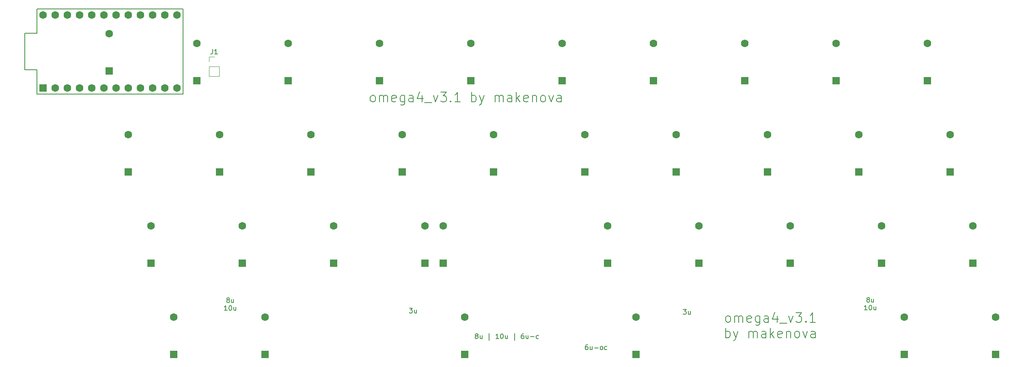
<source format=gbr>
G04 #@! TF.GenerationSoftware,KiCad,Pcbnew,(6.0.1-0)*
G04 #@! TF.CreationDate,2022-08-08T23:03:23-07:00*
G04 #@! TF.ProjectId,omega_4_solder,6f6d6567-615f-4345-9f73-6f6c6465722e,rev?*
G04 #@! TF.SameCoordinates,Original*
G04 #@! TF.FileFunction,Legend,Top*
G04 #@! TF.FilePolarity,Positive*
%FSLAX46Y46*%
G04 Gerber Fmt 4.6, Leading zero omitted, Abs format (unit mm)*
G04 Created by KiCad (PCBNEW (6.0.1-0)) date 2022-08-08 23:03:23*
%MOMM*%
%LPD*%
G01*
G04 APERTURE LIST*
%ADD10C,0.150000*%
%ADD11C,0.200000*%
%ADD12C,0.120000*%
%ADD13R,1.600000X1.600000*%
%ADD14C,1.600000*%
G04 APERTURE END LIST*
D10*
X166008095Y-126792380D02*
X165817619Y-126792380D01*
X165722380Y-126840000D01*
X165674761Y-126887619D01*
X165579523Y-127030476D01*
X165531904Y-127220952D01*
X165531904Y-127601904D01*
X165579523Y-127697142D01*
X165627142Y-127744761D01*
X165722380Y-127792380D01*
X165912857Y-127792380D01*
X166008095Y-127744761D01*
X166055714Y-127697142D01*
X166103333Y-127601904D01*
X166103333Y-127363809D01*
X166055714Y-127268571D01*
X166008095Y-127220952D01*
X165912857Y-127173333D01*
X165722380Y-127173333D01*
X165627142Y-127220952D01*
X165579523Y-127268571D01*
X165531904Y-127363809D01*
X166960476Y-127125714D02*
X166960476Y-127792380D01*
X166531904Y-127125714D02*
X166531904Y-127649523D01*
X166579523Y-127744761D01*
X166674761Y-127792380D01*
X166817619Y-127792380D01*
X166912857Y-127744761D01*
X166960476Y-127697142D01*
X167436666Y-127411428D02*
X168198571Y-127411428D01*
X168817619Y-127792380D02*
X168722380Y-127744761D01*
X168674761Y-127697142D01*
X168627142Y-127601904D01*
X168627142Y-127316190D01*
X168674761Y-127220952D01*
X168722380Y-127173333D01*
X168817619Y-127125714D01*
X168960476Y-127125714D01*
X169055714Y-127173333D01*
X169103333Y-127220952D01*
X169150952Y-127316190D01*
X169150952Y-127601904D01*
X169103333Y-127697142D01*
X169055714Y-127744761D01*
X168960476Y-127792380D01*
X168817619Y-127792380D01*
X170008095Y-127744761D02*
X169912857Y-127792380D01*
X169722380Y-127792380D01*
X169627142Y-127744761D01*
X169579523Y-127697142D01*
X169531904Y-127601904D01*
X169531904Y-127316190D01*
X169579523Y-127220952D01*
X169627142Y-127173333D01*
X169722380Y-127125714D01*
X169912857Y-127125714D01*
X170008095Y-127173333D01*
X142755238Y-124920952D02*
X142660000Y-124873333D01*
X142612380Y-124825714D01*
X142564761Y-124730476D01*
X142564761Y-124682857D01*
X142612380Y-124587619D01*
X142660000Y-124540000D01*
X142755238Y-124492380D01*
X142945714Y-124492380D01*
X143040952Y-124540000D01*
X143088571Y-124587619D01*
X143136190Y-124682857D01*
X143136190Y-124730476D01*
X143088571Y-124825714D01*
X143040952Y-124873333D01*
X142945714Y-124920952D01*
X142755238Y-124920952D01*
X142660000Y-124968571D01*
X142612380Y-125016190D01*
X142564761Y-125111428D01*
X142564761Y-125301904D01*
X142612380Y-125397142D01*
X142660000Y-125444761D01*
X142755238Y-125492380D01*
X142945714Y-125492380D01*
X143040952Y-125444761D01*
X143088571Y-125397142D01*
X143136190Y-125301904D01*
X143136190Y-125111428D01*
X143088571Y-125016190D01*
X143040952Y-124968571D01*
X142945714Y-124920952D01*
X143993333Y-124825714D02*
X143993333Y-125492380D01*
X143564761Y-124825714D02*
X143564761Y-125349523D01*
X143612380Y-125444761D01*
X143707619Y-125492380D01*
X143850476Y-125492380D01*
X143945714Y-125444761D01*
X143993333Y-125397142D01*
X145469523Y-125825714D02*
X145469523Y-124397142D01*
X147469523Y-125492380D02*
X146898095Y-125492380D01*
X147183809Y-125492380D02*
X147183809Y-124492380D01*
X147088571Y-124635238D01*
X146993333Y-124730476D01*
X146898095Y-124778095D01*
X148088571Y-124492380D02*
X148183809Y-124492380D01*
X148279047Y-124540000D01*
X148326666Y-124587619D01*
X148374285Y-124682857D01*
X148421904Y-124873333D01*
X148421904Y-125111428D01*
X148374285Y-125301904D01*
X148326666Y-125397142D01*
X148279047Y-125444761D01*
X148183809Y-125492380D01*
X148088571Y-125492380D01*
X147993333Y-125444761D01*
X147945714Y-125397142D01*
X147898095Y-125301904D01*
X147850476Y-125111428D01*
X147850476Y-124873333D01*
X147898095Y-124682857D01*
X147945714Y-124587619D01*
X147993333Y-124540000D01*
X148088571Y-124492380D01*
X149279047Y-124825714D02*
X149279047Y-125492380D01*
X148850476Y-124825714D02*
X148850476Y-125349523D01*
X148898095Y-125444761D01*
X148993333Y-125492380D01*
X149136190Y-125492380D01*
X149231428Y-125444761D01*
X149279047Y-125397142D01*
X150755238Y-125825714D02*
X150755238Y-124397142D01*
X152660000Y-124492380D02*
X152469523Y-124492380D01*
X152374285Y-124540000D01*
X152326666Y-124587619D01*
X152231428Y-124730476D01*
X152183809Y-124920952D01*
X152183809Y-125301904D01*
X152231428Y-125397142D01*
X152279047Y-125444761D01*
X152374285Y-125492380D01*
X152564761Y-125492380D01*
X152660000Y-125444761D01*
X152707619Y-125397142D01*
X152755238Y-125301904D01*
X152755238Y-125063809D01*
X152707619Y-124968571D01*
X152660000Y-124920952D01*
X152564761Y-124873333D01*
X152374285Y-124873333D01*
X152279047Y-124920952D01*
X152231428Y-124968571D01*
X152183809Y-125063809D01*
X153612380Y-124825714D02*
X153612380Y-125492380D01*
X153183809Y-124825714D02*
X153183809Y-125349523D01*
X153231428Y-125444761D01*
X153326666Y-125492380D01*
X153469523Y-125492380D01*
X153564761Y-125444761D01*
X153612380Y-125397142D01*
X154088571Y-125111428D02*
X154850476Y-125111428D01*
X155755238Y-125444761D02*
X155660000Y-125492380D01*
X155469523Y-125492380D01*
X155374285Y-125444761D01*
X155326666Y-125397142D01*
X155279047Y-125301904D01*
X155279047Y-125016190D01*
X155326666Y-124920952D01*
X155374285Y-124873333D01*
X155469523Y-124825714D01*
X155660000Y-124825714D01*
X155755238Y-124873333D01*
X185964285Y-119402380D02*
X186583333Y-119402380D01*
X186250000Y-119783333D01*
X186392857Y-119783333D01*
X186488095Y-119830952D01*
X186535714Y-119878571D01*
X186583333Y-119973809D01*
X186583333Y-120211904D01*
X186535714Y-120307142D01*
X186488095Y-120354761D01*
X186392857Y-120402380D01*
X186107142Y-120402380D01*
X186011904Y-120354761D01*
X185964285Y-120307142D01*
X187440476Y-119735714D02*
X187440476Y-120402380D01*
X187011904Y-119735714D02*
X187011904Y-120259523D01*
X187059523Y-120354761D01*
X187154761Y-120402380D01*
X187297619Y-120402380D01*
X187392857Y-120354761D01*
X187440476Y-120307142D01*
D11*
X195160000Y-122074761D02*
X194969523Y-121979523D01*
X194874285Y-121884285D01*
X194779047Y-121693809D01*
X194779047Y-121122380D01*
X194874285Y-120931904D01*
X194969523Y-120836666D01*
X195160000Y-120741428D01*
X195445714Y-120741428D01*
X195636190Y-120836666D01*
X195731428Y-120931904D01*
X195826666Y-121122380D01*
X195826666Y-121693809D01*
X195731428Y-121884285D01*
X195636190Y-121979523D01*
X195445714Y-122074761D01*
X195160000Y-122074761D01*
X196683809Y-122074761D02*
X196683809Y-120741428D01*
X196683809Y-120931904D02*
X196779047Y-120836666D01*
X196969523Y-120741428D01*
X197255238Y-120741428D01*
X197445714Y-120836666D01*
X197540952Y-121027142D01*
X197540952Y-122074761D01*
X197540952Y-121027142D02*
X197636190Y-120836666D01*
X197826666Y-120741428D01*
X198112380Y-120741428D01*
X198302857Y-120836666D01*
X198398095Y-121027142D01*
X198398095Y-122074761D01*
X200112380Y-121979523D02*
X199921904Y-122074761D01*
X199540952Y-122074761D01*
X199350476Y-121979523D01*
X199255238Y-121789047D01*
X199255238Y-121027142D01*
X199350476Y-120836666D01*
X199540952Y-120741428D01*
X199921904Y-120741428D01*
X200112380Y-120836666D01*
X200207619Y-121027142D01*
X200207619Y-121217619D01*
X199255238Y-121408095D01*
X201921904Y-120741428D02*
X201921904Y-122360476D01*
X201826666Y-122550952D01*
X201731428Y-122646190D01*
X201540952Y-122741428D01*
X201255238Y-122741428D01*
X201064761Y-122646190D01*
X201921904Y-121979523D02*
X201731428Y-122074761D01*
X201350476Y-122074761D01*
X201160000Y-121979523D01*
X201064761Y-121884285D01*
X200969523Y-121693809D01*
X200969523Y-121122380D01*
X201064761Y-120931904D01*
X201160000Y-120836666D01*
X201350476Y-120741428D01*
X201731428Y-120741428D01*
X201921904Y-120836666D01*
X203731428Y-122074761D02*
X203731428Y-121027142D01*
X203636190Y-120836666D01*
X203445714Y-120741428D01*
X203064761Y-120741428D01*
X202874285Y-120836666D01*
X203731428Y-121979523D02*
X203540952Y-122074761D01*
X203064761Y-122074761D01*
X202874285Y-121979523D01*
X202779047Y-121789047D01*
X202779047Y-121598571D01*
X202874285Y-121408095D01*
X203064761Y-121312857D01*
X203540952Y-121312857D01*
X203731428Y-121217619D01*
X205540952Y-120741428D02*
X205540952Y-122074761D01*
X205064761Y-119979523D02*
X204588571Y-121408095D01*
X205826666Y-121408095D01*
X206112380Y-122265238D02*
X207636190Y-122265238D01*
X207921904Y-120741428D02*
X208398095Y-122074761D01*
X208874285Y-120741428D01*
X209445714Y-120074761D02*
X210683809Y-120074761D01*
X210017142Y-120836666D01*
X210302857Y-120836666D01*
X210493333Y-120931904D01*
X210588571Y-121027142D01*
X210683809Y-121217619D01*
X210683809Y-121693809D01*
X210588571Y-121884285D01*
X210493333Y-121979523D01*
X210302857Y-122074761D01*
X209731428Y-122074761D01*
X209540952Y-121979523D01*
X209445714Y-121884285D01*
X211540952Y-121884285D02*
X211636190Y-121979523D01*
X211540952Y-122074761D01*
X211445714Y-121979523D01*
X211540952Y-121884285D01*
X211540952Y-122074761D01*
X213540952Y-122074761D02*
X212398095Y-122074761D01*
X212969523Y-122074761D02*
X212969523Y-120074761D01*
X212779047Y-120360476D01*
X212588571Y-120550952D01*
X212398095Y-120646190D01*
X194826666Y-125294761D02*
X194826666Y-123294761D01*
X194826666Y-124056666D02*
X195017142Y-123961428D01*
X195398095Y-123961428D01*
X195588571Y-124056666D01*
X195683809Y-124151904D01*
X195779047Y-124342380D01*
X195779047Y-124913809D01*
X195683809Y-125104285D01*
X195588571Y-125199523D01*
X195398095Y-125294761D01*
X195017142Y-125294761D01*
X194826666Y-125199523D01*
X196445714Y-123961428D02*
X196921904Y-125294761D01*
X197398095Y-123961428D02*
X196921904Y-125294761D01*
X196731428Y-125770952D01*
X196636190Y-125866190D01*
X196445714Y-125961428D01*
X199683809Y-125294761D02*
X199683809Y-123961428D01*
X199683809Y-124151904D02*
X199779047Y-124056666D01*
X199969523Y-123961428D01*
X200255238Y-123961428D01*
X200445714Y-124056666D01*
X200540952Y-124247142D01*
X200540952Y-125294761D01*
X200540952Y-124247142D02*
X200636190Y-124056666D01*
X200826666Y-123961428D01*
X201112380Y-123961428D01*
X201302857Y-124056666D01*
X201398095Y-124247142D01*
X201398095Y-125294761D01*
X203207619Y-125294761D02*
X203207619Y-124247142D01*
X203112380Y-124056666D01*
X202921904Y-123961428D01*
X202540952Y-123961428D01*
X202350476Y-124056666D01*
X203207619Y-125199523D02*
X203017142Y-125294761D01*
X202540952Y-125294761D01*
X202350476Y-125199523D01*
X202255238Y-125009047D01*
X202255238Y-124818571D01*
X202350476Y-124628095D01*
X202540952Y-124532857D01*
X203017142Y-124532857D01*
X203207619Y-124437619D01*
X204160000Y-125294761D02*
X204160000Y-123294761D01*
X204350476Y-124532857D02*
X204921904Y-125294761D01*
X204921904Y-123961428D02*
X204160000Y-124723333D01*
X206540952Y-125199523D02*
X206350476Y-125294761D01*
X205969523Y-125294761D01*
X205779047Y-125199523D01*
X205683809Y-125009047D01*
X205683809Y-124247142D01*
X205779047Y-124056666D01*
X205969523Y-123961428D01*
X206350476Y-123961428D01*
X206540952Y-124056666D01*
X206636190Y-124247142D01*
X206636190Y-124437619D01*
X205683809Y-124628095D01*
X207493333Y-123961428D02*
X207493333Y-125294761D01*
X207493333Y-124151904D02*
X207588571Y-124056666D01*
X207779047Y-123961428D01*
X208064761Y-123961428D01*
X208255238Y-124056666D01*
X208350476Y-124247142D01*
X208350476Y-125294761D01*
X209588571Y-125294761D02*
X209398095Y-125199523D01*
X209302857Y-125104285D01*
X209207619Y-124913809D01*
X209207619Y-124342380D01*
X209302857Y-124151904D01*
X209398095Y-124056666D01*
X209588571Y-123961428D01*
X209874285Y-123961428D01*
X210064761Y-124056666D01*
X210160000Y-124151904D01*
X210255238Y-124342380D01*
X210255238Y-124913809D01*
X210160000Y-125104285D01*
X210064761Y-125199523D01*
X209874285Y-125294761D01*
X209588571Y-125294761D01*
X210921904Y-123961428D02*
X211398095Y-125294761D01*
X211874285Y-123961428D01*
X213493333Y-125294761D02*
X213493333Y-124247142D01*
X213398095Y-124056666D01*
X213207619Y-123961428D01*
X212826666Y-123961428D01*
X212636190Y-124056666D01*
X213493333Y-125199523D02*
X213302857Y-125294761D01*
X212826666Y-125294761D01*
X212636190Y-125199523D01*
X212540952Y-125009047D01*
X212540952Y-124818571D01*
X212636190Y-124628095D01*
X212826666Y-124532857D01*
X213302857Y-124532857D01*
X213493333Y-124437619D01*
X121068571Y-76054761D02*
X120878095Y-75959523D01*
X120782857Y-75864285D01*
X120687619Y-75673809D01*
X120687619Y-75102380D01*
X120782857Y-74911904D01*
X120878095Y-74816666D01*
X121068571Y-74721428D01*
X121354285Y-74721428D01*
X121544761Y-74816666D01*
X121639999Y-74911904D01*
X121735238Y-75102380D01*
X121735238Y-75673809D01*
X121639999Y-75864285D01*
X121544761Y-75959523D01*
X121354285Y-76054761D01*
X121068571Y-76054761D01*
X122592380Y-76054761D02*
X122592380Y-74721428D01*
X122592380Y-74911904D02*
X122687619Y-74816666D01*
X122878095Y-74721428D01*
X123163809Y-74721428D01*
X123354285Y-74816666D01*
X123449523Y-75007142D01*
X123449523Y-76054761D01*
X123449523Y-75007142D02*
X123544761Y-74816666D01*
X123735238Y-74721428D01*
X124020952Y-74721428D01*
X124211428Y-74816666D01*
X124306666Y-75007142D01*
X124306666Y-76054761D01*
X126020952Y-75959523D02*
X125830476Y-76054761D01*
X125449523Y-76054761D01*
X125259047Y-75959523D01*
X125163809Y-75769047D01*
X125163809Y-75007142D01*
X125259047Y-74816666D01*
X125449523Y-74721428D01*
X125830476Y-74721428D01*
X126020952Y-74816666D01*
X126116190Y-75007142D01*
X126116190Y-75197619D01*
X125163809Y-75388095D01*
X127830476Y-74721428D02*
X127830476Y-76340476D01*
X127735238Y-76530952D01*
X127639999Y-76626190D01*
X127449523Y-76721428D01*
X127163809Y-76721428D01*
X126973333Y-76626190D01*
X127830476Y-75959523D02*
X127639999Y-76054761D01*
X127259047Y-76054761D01*
X127068571Y-75959523D01*
X126973333Y-75864285D01*
X126878095Y-75673809D01*
X126878095Y-75102380D01*
X126973333Y-74911904D01*
X127068571Y-74816666D01*
X127259047Y-74721428D01*
X127639999Y-74721428D01*
X127830476Y-74816666D01*
X129639999Y-76054761D02*
X129639999Y-75007142D01*
X129544761Y-74816666D01*
X129354285Y-74721428D01*
X128973333Y-74721428D01*
X128782857Y-74816666D01*
X129639999Y-75959523D02*
X129449523Y-76054761D01*
X128973333Y-76054761D01*
X128782857Y-75959523D01*
X128687619Y-75769047D01*
X128687619Y-75578571D01*
X128782857Y-75388095D01*
X128973333Y-75292857D01*
X129449523Y-75292857D01*
X129639999Y-75197619D01*
X131449523Y-74721428D02*
X131449523Y-76054761D01*
X130973333Y-73959523D02*
X130497142Y-75388095D01*
X131735238Y-75388095D01*
X132020952Y-76245238D02*
X133544761Y-76245238D01*
X133830476Y-74721428D02*
X134306666Y-76054761D01*
X134782857Y-74721428D01*
X135354285Y-74054761D02*
X136592380Y-74054761D01*
X135925714Y-74816666D01*
X136211428Y-74816666D01*
X136401904Y-74911904D01*
X136497142Y-75007142D01*
X136592380Y-75197619D01*
X136592380Y-75673809D01*
X136497142Y-75864285D01*
X136401904Y-75959523D01*
X136211428Y-76054761D01*
X135640000Y-76054761D01*
X135449523Y-75959523D01*
X135354285Y-75864285D01*
X137449523Y-75864285D02*
X137544761Y-75959523D01*
X137449523Y-76054761D01*
X137354285Y-75959523D01*
X137449523Y-75864285D01*
X137449523Y-76054761D01*
X139449523Y-76054761D02*
X138306666Y-76054761D01*
X138878095Y-76054761D02*
X138878095Y-74054761D01*
X138687619Y-74340476D01*
X138497142Y-74530952D01*
X138306666Y-74626190D01*
X141830476Y-76054761D02*
X141830476Y-74054761D01*
X141830476Y-74816666D02*
X142020952Y-74721428D01*
X142401904Y-74721428D01*
X142592380Y-74816666D01*
X142687619Y-74911904D01*
X142782857Y-75102380D01*
X142782857Y-75673809D01*
X142687619Y-75864285D01*
X142592380Y-75959523D01*
X142401904Y-76054761D01*
X142020952Y-76054761D01*
X141830476Y-75959523D01*
X143449523Y-74721428D02*
X143925714Y-76054761D01*
X144401904Y-74721428D02*
X143925714Y-76054761D01*
X143735238Y-76530952D01*
X143640000Y-76626190D01*
X143449523Y-76721428D01*
X146687619Y-76054761D02*
X146687619Y-74721428D01*
X146687619Y-74911904D02*
X146782857Y-74816666D01*
X146973333Y-74721428D01*
X147259047Y-74721428D01*
X147449523Y-74816666D01*
X147544761Y-75007142D01*
X147544761Y-76054761D01*
X147544761Y-75007142D02*
X147640000Y-74816666D01*
X147830476Y-74721428D01*
X148116190Y-74721428D01*
X148306666Y-74816666D01*
X148401904Y-75007142D01*
X148401904Y-76054761D01*
X150211428Y-76054761D02*
X150211428Y-75007142D01*
X150116190Y-74816666D01*
X149925714Y-74721428D01*
X149544761Y-74721428D01*
X149354285Y-74816666D01*
X150211428Y-75959523D02*
X150020952Y-76054761D01*
X149544761Y-76054761D01*
X149354285Y-75959523D01*
X149259047Y-75769047D01*
X149259047Y-75578571D01*
X149354285Y-75388095D01*
X149544761Y-75292857D01*
X150020952Y-75292857D01*
X150211428Y-75197619D01*
X151163809Y-76054761D02*
X151163809Y-74054761D01*
X151354285Y-75292857D02*
X151925714Y-76054761D01*
X151925714Y-74721428D02*
X151163809Y-75483333D01*
X153544761Y-75959523D02*
X153354285Y-76054761D01*
X152973333Y-76054761D01*
X152782857Y-75959523D01*
X152687619Y-75769047D01*
X152687619Y-75007142D01*
X152782857Y-74816666D01*
X152973333Y-74721428D01*
X153354285Y-74721428D01*
X153544761Y-74816666D01*
X153640000Y-75007142D01*
X153640000Y-75197619D01*
X152687619Y-75388095D01*
X154497142Y-74721428D02*
X154497142Y-76054761D01*
X154497142Y-74911904D02*
X154592380Y-74816666D01*
X154782857Y-74721428D01*
X155068571Y-74721428D01*
X155259047Y-74816666D01*
X155354285Y-75007142D01*
X155354285Y-76054761D01*
X156592380Y-76054761D02*
X156401904Y-75959523D01*
X156306666Y-75864285D01*
X156211428Y-75673809D01*
X156211428Y-75102380D01*
X156306666Y-74911904D01*
X156401904Y-74816666D01*
X156592380Y-74721428D01*
X156878095Y-74721428D01*
X157068571Y-74816666D01*
X157163809Y-74911904D01*
X157259047Y-75102380D01*
X157259047Y-75673809D01*
X157163809Y-75864285D01*
X157068571Y-75959523D01*
X156878095Y-76054761D01*
X156592380Y-76054761D01*
X157925714Y-74721428D02*
X158401904Y-76054761D01*
X158878095Y-74721428D01*
X160497142Y-76054761D02*
X160497142Y-75007142D01*
X160401904Y-74816666D01*
X160211428Y-74721428D01*
X159830476Y-74721428D01*
X159639999Y-74816666D01*
X160497142Y-75959523D02*
X160306666Y-76054761D01*
X159830476Y-76054761D01*
X159639999Y-75959523D01*
X159544761Y-75769047D01*
X159544761Y-75578571D01*
X159639999Y-75388095D01*
X159830476Y-75292857D01*
X160306666Y-75292857D01*
X160497142Y-75197619D01*
D10*
X128834285Y-119132380D02*
X129453333Y-119132380D01*
X129120000Y-119513333D01*
X129262857Y-119513333D01*
X129358095Y-119560952D01*
X129405714Y-119608571D01*
X129453333Y-119703809D01*
X129453333Y-119941904D01*
X129405714Y-120037142D01*
X129358095Y-120084761D01*
X129262857Y-120132380D01*
X128977142Y-120132380D01*
X128881904Y-120084761D01*
X128834285Y-120037142D01*
X130310476Y-119465714D02*
X130310476Y-120132380D01*
X129881904Y-119465714D02*
X129881904Y-119989523D01*
X129929523Y-120084761D01*
X130024761Y-120132380D01*
X130167619Y-120132380D01*
X130262857Y-120084761D01*
X130310476Y-120037142D01*
X90912380Y-117405952D02*
X90817142Y-117358333D01*
X90769523Y-117310714D01*
X90721904Y-117215476D01*
X90721904Y-117167857D01*
X90769523Y-117072619D01*
X90817142Y-117025000D01*
X90912380Y-116977380D01*
X91102857Y-116977380D01*
X91198095Y-117025000D01*
X91245714Y-117072619D01*
X91293333Y-117167857D01*
X91293333Y-117215476D01*
X91245714Y-117310714D01*
X91198095Y-117358333D01*
X91102857Y-117405952D01*
X90912380Y-117405952D01*
X90817142Y-117453571D01*
X90769523Y-117501190D01*
X90721904Y-117596428D01*
X90721904Y-117786904D01*
X90769523Y-117882142D01*
X90817142Y-117929761D01*
X90912380Y-117977380D01*
X91102857Y-117977380D01*
X91198095Y-117929761D01*
X91245714Y-117882142D01*
X91293333Y-117786904D01*
X91293333Y-117596428D01*
X91245714Y-117501190D01*
X91198095Y-117453571D01*
X91102857Y-117405952D01*
X92150476Y-117310714D02*
X92150476Y-117977380D01*
X91721904Y-117310714D02*
X91721904Y-117834523D01*
X91769523Y-117929761D01*
X91864761Y-117977380D01*
X92007619Y-117977380D01*
X92102857Y-117929761D01*
X92150476Y-117882142D01*
X90817142Y-119587380D02*
X90245714Y-119587380D01*
X90531428Y-119587380D02*
X90531428Y-118587380D01*
X90436190Y-118730238D01*
X90340952Y-118825476D01*
X90245714Y-118873095D01*
X91436190Y-118587380D02*
X91531428Y-118587380D01*
X91626666Y-118635000D01*
X91674285Y-118682619D01*
X91721904Y-118777857D01*
X91769523Y-118968333D01*
X91769523Y-119206428D01*
X91721904Y-119396904D01*
X91674285Y-119492142D01*
X91626666Y-119539761D01*
X91531428Y-119587380D01*
X91436190Y-119587380D01*
X91340952Y-119539761D01*
X91293333Y-119492142D01*
X91245714Y-119396904D01*
X91198095Y-119206428D01*
X91198095Y-118968333D01*
X91245714Y-118777857D01*
X91293333Y-118682619D01*
X91340952Y-118635000D01*
X91436190Y-118587380D01*
X92626666Y-118920714D02*
X92626666Y-119587380D01*
X92198095Y-118920714D02*
X92198095Y-119444523D01*
X92245714Y-119539761D01*
X92340952Y-119587380D01*
X92483809Y-119587380D01*
X92579047Y-119539761D01*
X92626666Y-119492142D01*
X224432380Y-117335952D02*
X224337142Y-117288333D01*
X224289523Y-117240714D01*
X224241904Y-117145476D01*
X224241904Y-117097857D01*
X224289523Y-117002619D01*
X224337142Y-116955000D01*
X224432380Y-116907380D01*
X224622857Y-116907380D01*
X224718095Y-116955000D01*
X224765714Y-117002619D01*
X224813333Y-117097857D01*
X224813333Y-117145476D01*
X224765714Y-117240714D01*
X224718095Y-117288333D01*
X224622857Y-117335952D01*
X224432380Y-117335952D01*
X224337142Y-117383571D01*
X224289523Y-117431190D01*
X224241904Y-117526428D01*
X224241904Y-117716904D01*
X224289523Y-117812142D01*
X224337142Y-117859761D01*
X224432380Y-117907380D01*
X224622857Y-117907380D01*
X224718095Y-117859761D01*
X224765714Y-117812142D01*
X224813333Y-117716904D01*
X224813333Y-117526428D01*
X224765714Y-117431190D01*
X224718095Y-117383571D01*
X224622857Y-117335952D01*
X225670476Y-117240714D02*
X225670476Y-117907380D01*
X225241904Y-117240714D02*
X225241904Y-117764523D01*
X225289523Y-117859761D01*
X225384761Y-117907380D01*
X225527619Y-117907380D01*
X225622857Y-117859761D01*
X225670476Y-117812142D01*
X224337142Y-119517380D02*
X223765714Y-119517380D01*
X224051428Y-119517380D02*
X224051428Y-118517380D01*
X223956190Y-118660238D01*
X223860952Y-118755476D01*
X223765714Y-118803095D01*
X224956190Y-118517380D02*
X225051428Y-118517380D01*
X225146666Y-118565000D01*
X225194285Y-118612619D01*
X225241904Y-118707857D01*
X225289523Y-118898333D01*
X225289523Y-119136428D01*
X225241904Y-119326904D01*
X225194285Y-119422142D01*
X225146666Y-119469761D01*
X225051428Y-119517380D01*
X224956190Y-119517380D01*
X224860952Y-119469761D01*
X224813333Y-119422142D01*
X224765714Y-119326904D01*
X224718095Y-119136428D01*
X224718095Y-118898333D01*
X224765714Y-118707857D01*
X224813333Y-118612619D01*
X224860952Y-118565000D01*
X224956190Y-118517380D01*
X226146666Y-118850714D02*
X226146666Y-119517380D01*
X225718095Y-118850714D02*
X225718095Y-119374523D01*
X225765714Y-119469761D01*
X225860952Y-119517380D01*
X226003809Y-119517380D01*
X226099047Y-119469761D01*
X226146666Y-119422142D01*
X87776666Y-65082380D02*
X87776666Y-65796666D01*
X87729047Y-65939523D01*
X87633809Y-66034761D01*
X87490952Y-66082380D01*
X87395714Y-66082380D01*
X88776666Y-66082380D02*
X88205238Y-66082380D01*
X88490952Y-66082380D02*
X88490952Y-65082380D01*
X88395714Y-65225238D01*
X88300476Y-65320476D01*
X88205238Y-65368095D01*
X48595000Y-69360000D02*
X48595000Y-61740000D01*
X51135000Y-56660000D02*
X81615000Y-56660000D01*
X51135000Y-61740000D02*
X51135000Y-56660000D01*
X51135000Y-74440000D02*
X51135000Y-69360000D01*
X48595000Y-61740000D02*
X51135000Y-61740000D01*
X51135000Y-69360000D02*
X48595000Y-69360000D01*
X81615000Y-56660000D02*
X81615000Y-74440000D01*
X51135000Y-74440000D02*
X81615000Y-74440000D01*
D12*
X87050000Y-68690000D02*
X87050000Y-70750000D01*
X87050000Y-70750000D02*
X89170000Y-70750000D01*
X87050000Y-66630000D02*
X88110000Y-66630000D01*
X89170000Y-68690000D02*
X89170000Y-70750000D01*
X87050000Y-67690000D02*
X87050000Y-66630000D01*
X87050000Y-68690000D02*
X89170000Y-68690000D01*
D13*
X66200000Y-69600000D03*
D14*
X66200000Y-61800000D03*
D13*
X84475000Y-71625000D03*
D14*
X84475000Y-63825000D03*
D13*
X103525000Y-71625000D03*
D14*
X103525000Y-63825000D03*
D13*
X122600000Y-71625000D03*
D14*
X122600000Y-63825000D03*
D13*
X141625000Y-71625000D03*
D14*
X141625000Y-63825000D03*
D13*
X179750000Y-71625000D03*
D14*
X179750000Y-63825000D03*
D13*
X198775000Y-71625000D03*
D14*
X198775000Y-63825000D03*
D13*
X217825000Y-71625000D03*
D14*
X217825000Y-63825000D03*
D13*
X236875000Y-71625000D03*
D14*
X236875000Y-63825000D03*
D13*
X70175000Y-90675000D03*
D14*
X70175000Y-82875000D03*
D13*
X89225000Y-90675000D03*
D14*
X89225000Y-82875000D03*
D13*
X108275000Y-90675000D03*
D14*
X108275000Y-82875000D03*
D13*
X127350000Y-90675000D03*
D14*
X127350000Y-82875000D03*
D13*
X146375000Y-90675000D03*
D14*
X146375000Y-82875000D03*
D13*
X165425000Y-90675000D03*
D14*
X165425000Y-82875000D03*
D13*
X184475000Y-90675000D03*
D14*
X184475000Y-82875000D03*
D13*
X203525000Y-90675000D03*
D14*
X203525000Y-82875000D03*
D13*
X222575000Y-90675000D03*
D14*
X222575000Y-82875000D03*
D13*
X241625000Y-90675000D03*
D14*
X241625000Y-82875000D03*
D13*
X74925000Y-109750000D03*
D14*
X74925000Y-101950000D03*
D13*
X93975000Y-109750000D03*
D14*
X93975000Y-101950000D03*
D13*
X113025000Y-109750000D03*
D14*
X113025000Y-101950000D03*
D13*
X132075000Y-109750000D03*
D14*
X132075000Y-101950000D03*
D13*
X135908799Y-109750000D03*
D14*
X135908799Y-101950000D03*
D13*
X170200000Y-109750000D03*
D14*
X170200000Y-101950000D03*
D13*
X189250000Y-109750000D03*
D14*
X189250000Y-101950000D03*
D13*
X208300000Y-109750000D03*
D14*
X208300000Y-101950000D03*
D13*
X227350000Y-109750000D03*
D14*
X227350000Y-101950000D03*
D13*
X246375000Y-109750000D03*
D14*
X246375000Y-101950000D03*
D13*
X79700000Y-128800000D03*
D14*
X79700000Y-121000000D03*
D13*
X98750000Y-128800000D03*
D14*
X98750000Y-121000000D03*
D13*
X176125000Y-128800000D03*
D14*
X176125000Y-121000000D03*
D13*
X232075000Y-128775000D03*
D14*
X232075000Y-120975000D03*
D13*
X52405000Y-73170000D03*
D14*
X54945000Y-73170000D03*
X57485000Y-73170000D03*
X60025000Y-73170000D03*
X62565000Y-73170000D03*
X65105000Y-73170000D03*
X67645000Y-73170000D03*
X70185000Y-73170000D03*
X72725000Y-73170000D03*
X75265000Y-73170000D03*
X77805000Y-73170000D03*
X80345000Y-73170000D03*
X80345000Y-57930000D03*
X77805000Y-57930000D03*
X75265000Y-57930000D03*
X72725000Y-57930000D03*
X70185000Y-57930000D03*
X67645000Y-57930000D03*
X65105000Y-57930000D03*
X62565000Y-57930000D03*
X60025000Y-57930000D03*
X57485000Y-57930000D03*
X54945000Y-57930000D03*
X52405000Y-57930000D03*
D13*
X160675000Y-71625000D03*
D14*
X160675000Y-63825000D03*
D13*
X251150000Y-128775000D03*
D14*
X251150000Y-120975000D03*
D13*
X140370000Y-128800000D03*
D14*
X140370000Y-121000000D03*
M02*

</source>
